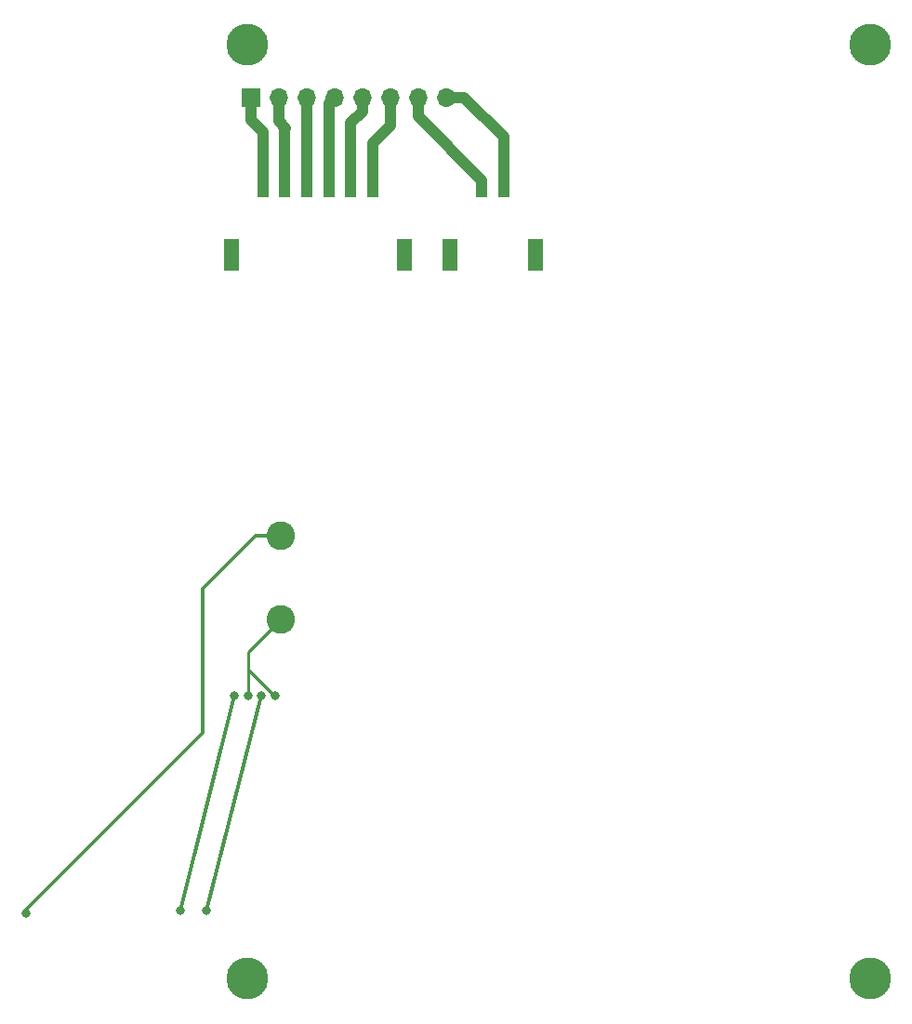
<source format=gbl>
G04 #@! TF.GenerationSoftware,KiCad,Pcbnew,(6.0.5)*
G04 #@! TF.CreationDate,2023-05-08T02:29:22-07:00*
G04 #@! TF.ProjectId,Coil_Panels_Z,436f696c-5f50-4616-9e65-6c735f5a2e6b,rev?*
G04 #@! TF.SameCoordinates,Original*
G04 #@! TF.FileFunction,Copper,L6,Bot*
G04 #@! TF.FilePolarity,Positive*
%FSLAX46Y46*%
G04 Gerber Fmt 4.6, Leading zero omitted, Abs format (unit mm)*
G04 Created by KiCad (PCBNEW (6.0.5)) date 2023-05-08 02:29:22*
%MOMM*%
%LPD*%
G01*
G04 APERTURE LIST*
G04 #@! TA.AperFunction,ComponentPad*
%ADD10R,1.700000X1.700000*%
G04 #@! TD*
G04 #@! TA.AperFunction,ComponentPad*
%ADD11O,1.700000X1.700000*%
G04 #@! TD*
G04 #@! TA.AperFunction,ComponentPad*
%ADD12C,2.600000*%
G04 #@! TD*
G04 #@! TA.AperFunction,ConnectorPad*
%ADD13C,3.800000*%
G04 #@! TD*
G04 #@! TA.AperFunction,SMDPad,CuDef*
%ADD14R,1.100000X1.450000*%
G04 #@! TD*
G04 #@! TA.AperFunction,SMDPad,CuDef*
%ADD15R,1.350000X2.900000*%
G04 #@! TD*
G04 #@! TA.AperFunction,SMDPad,CuDef*
%ADD16R,1.350000X2.899999*%
G04 #@! TD*
G04 #@! TA.AperFunction,ViaPad*
%ADD17C,0.800000*%
G04 #@! TD*
G04 #@! TA.AperFunction,Conductor*
%ADD18C,1.000000*%
G04 #@! TD*
G04 #@! TA.AperFunction,Conductor*
%ADD19C,0.306000*%
G04 #@! TD*
G04 #@! TA.AperFunction,Conductor*
%ADD20C,0.250000*%
G04 #@! TD*
G04 APERTURE END LIST*
D10*
X106254000Y-55285600D03*
D11*
X108794000Y-55285600D03*
X111334000Y-55285600D03*
X113874000Y-55285600D03*
X116414000Y-55285600D03*
X118954000Y-55285600D03*
X121494000Y-55285600D03*
X124034000Y-55285600D03*
D12*
X162662000Y-50513200D03*
D13*
X162662000Y-50513200D03*
X162662000Y-135513200D03*
D12*
X162662000Y-135513200D03*
X108976000Y-95217600D03*
X108976000Y-102837600D03*
X105988000Y-135513200D03*
D13*
X105988000Y-135513200D03*
X105988000Y-50513200D03*
D12*
X105988000Y-50513200D03*
D14*
X117380000Y-63680000D03*
X115380000Y-63680000D03*
X113380000Y-63680000D03*
X111380000Y-63680000D03*
X109380000Y-63680000D03*
X107380000Y-63680000D03*
D15*
X120275000Y-69655000D03*
X104485000Y-69655000D03*
D14*
X129308500Y-63670001D03*
X127308499Y-63670001D03*
D16*
X132203498Y-69645000D03*
X124413503Y-69645000D03*
D17*
X99814000Y-129340000D03*
X104808000Y-109755999D03*
X102262001Y-129340000D03*
X106032000Y-109755999D03*
X107256000Y-109755999D03*
X108480000Y-109755999D03*
X85810000Y-129570000D03*
D18*
X109450000Y-58080000D02*
X109380000Y-58150000D01*
X108794000Y-57424000D02*
X108794000Y-55285600D01*
X109380000Y-58150000D02*
X109380000Y-63680000D01*
X108794000Y-57424000D02*
X109450000Y-58080000D01*
X107380000Y-58450000D02*
X106254000Y-57324000D01*
X106254000Y-57324000D02*
X106254000Y-55285600D01*
X107380000Y-63680000D02*
X107380000Y-58450000D01*
D19*
X101890000Y-100000000D02*
X106672400Y-95217600D01*
X101890000Y-113150000D02*
X101890000Y-100000000D01*
D20*
X108445999Y-109755999D02*
X106032000Y-107342000D01*
D19*
X101890000Y-113150000D02*
X85810000Y-129230000D01*
X102262001Y-129340000D02*
X107256000Y-109755999D01*
D20*
X108480000Y-109755999D02*
X108445999Y-109755999D01*
X106032000Y-105781600D02*
X108976000Y-102837600D01*
X106032000Y-109755999D02*
X106032000Y-107342000D01*
D19*
X85810000Y-129230000D02*
X85810000Y-129570000D01*
X99814000Y-129340000D02*
X104808000Y-109755999D01*
D20*
X106032000Y-107342000D02*
X106032000Y-105781600D01*
D19*
X106672400Y-95217600D02*
X108976000Y-95217600D01*
D18*
X129308500Y-58898500D02*
X125695600Y-55285600D01*
X129308500Y-63670001D02*
X129308500Y-58898500D01*
X125695600Y-55285600D02*
X124034000Y-55285600D01*
X111380000Y-63680000D02*
X111380000Y-55331600D01*
X111380000Y-55331600D02*
X111334000Y-55285600D01*
X113380000Y-55779600D02*
X113874000Y-55285600D01*
X113380000Y-63680000D02*
X113380000Y-55779600D01*
X115380000Y-63680000D02*
X115380000Y-57620000D01*
X116414000Y-56586000D02*
X116414000Y-55285600D01*
X115380000Y-57620000D02*
X116414000Y-56586000D01*
X117380000Y-59440000D02*
X118954000Y-57866000D01*
X118954000Y-57866000D02*
X118954000Y-55285600D01*
X117380000Y-63680000D02*
X117380000Y-59440000D01*
X121494000Y-57004000D02*
X121494000Y-55285600D01*
X127308499Y-63670001D02*
X127308499Y-62818499D01*
X127308499Y-62818499D02*
X121494000Y-57004000D01*
M02*

</source>
